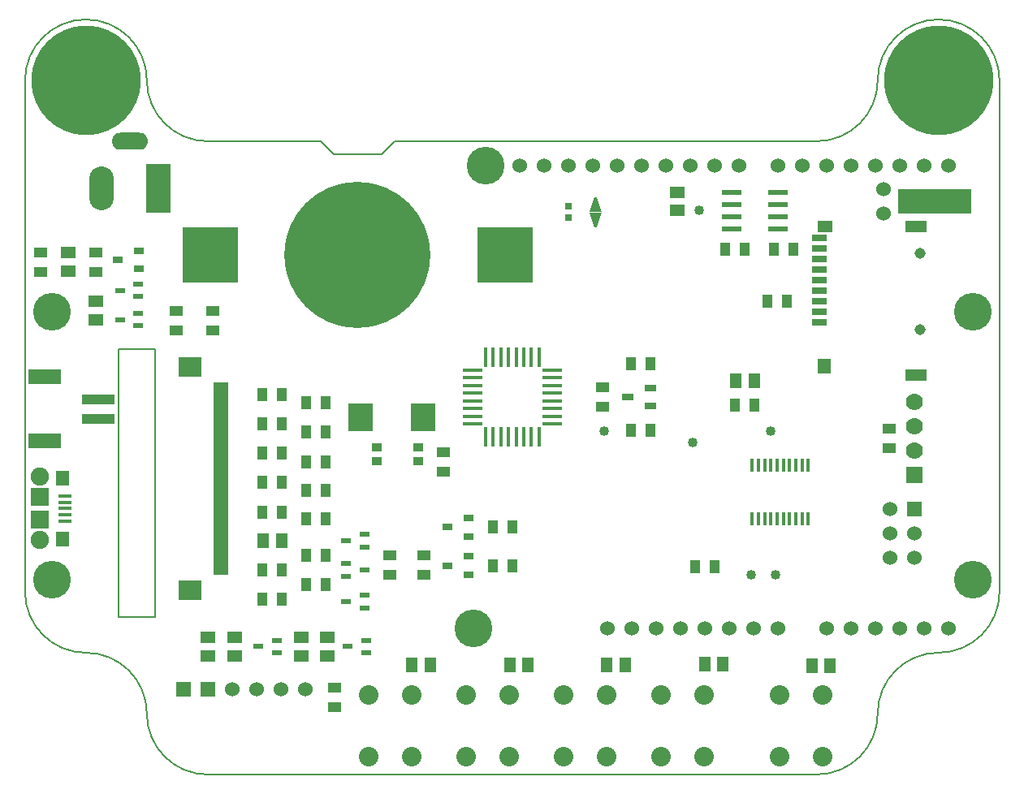
<source format=gbs>
G04 (created by PCBNEW (2013-03-15 BZR 4003)-stable) date 13-May-13 4:39:11 PM*
%MOIN*%
G04 Gerber Fmt 3.4, Leading zero omitted, Abs format*
%FSLAX34Y34*%
G01*
G70*
G90*
G04 APERTURE LIST*
%ADD10C,0.006*%
%ADD11C,0.005*%
%ADD12R,0.0394X0.0236*%
%ADD13R,0.0394X0.0315*%
%ADD14R,0.042X0.056*%
%ADD15R,0.056X0.042*%
%ADD16R,0.059X0.0512*%
%ADD17R,0.0512X0.059*%
%ADD18R,0.0472X0.0315*%
%ADD19C,0.04*%
%ADD20R,0.06X0.06*%
%ADD21C,0.06*%
%ADD22R,0.0787X0.0177*%
%ADD23R,0.0177X0.0787*%
%ADD24C,0.45*%
%ADD25C,0.07*%
%ADD26R,0.07X0.07*%
%ADD27C,0.155*%
%ADD28C,0.08*%
%ADD29R,0.054X0.016*%
%ADD30R,0.056X0.063*%
%ADD31R,0.075X0.075*%
%ADD32C,0.075*%
%ADD33R,0.03X0.03*%
%ADD34R,0.08X0.024*%
%ADD35R,0.0394X0.0354*%
%ADD36R,0.0984252X0.11811*%
%ADD37R,0.3X0.1*%
%ADD38R,0.1337X0.059*%
%ADD39R,0.1377X0.0392*%
%ADD40R,0.225X0.225*%
%ADD41C,0.6*%
%ADD42R,0.0629921X0.0275591*%
%ADD43R,0.0629921X0.0472441*%
%ADD44R,0.0866142X0.0472441*%
%ADD45R,0.0551181X0.0629921*%
%ADD46C,0.045*%
%ADD47R,0.0944882X0.0787402*%
%ADD48R,0.0590551X0.019685*%
%ADD49O,0.1X0.18*%
%ADD50R,0.1X0.2*%
%ADD51O,0.15X0.07*%
%ADD52R,0.0165X0.0579*%
G04 APERTURE END LIST*
G54D10*
G54D11*
X22125Y-19000D02*
X17500Y-19000D01*
X25175Y-19000D02*
X42500Y-19000D01*
X24625Y-19550D02*
X25175Y-19000D01*
X23625Y-19550D02*
X24625Y-19550D01*
X22675Y-19550D02*
X22125Y-19000D01*
X23675Y-19550D02*
X22675Y-19550D01*
X47500Y-40000D02*
G75*
G03X50000Y-37500I0J2500D01*
G74*
G01*
X42500Y-45000D02*
G75*
G03X45000Y-42500I0J2500D01*
G74*
G01*
X47500Y-40000D02*
G75*
G03X45000Y-42500I0J-2500D01*
G74*
G01*
X15000Y-42500D02*
G75*
G03X17500Y-45000I2500J0D01*
G74*
G01*
X10000Y-37500D02*
G75*
G03X12500Y-40000I2500J0D01*
G74*
G01*
X15000Y-42500D02*
G75*
G03X12500Y-40000I-2500J0D01*
G74*
G01*
X42500Y-19000D02*
G75*
G03X45000Y-16500I0J2500D01*
G74*
G01*
X50000Y-16500D02*
G75*
G03X47500Y-14000I-2500J0D01*
G74*
G01*
X47500Y-14000D02*
G75*
G03X45000Y-16500I0J-2500D01*
G74*
G01*
X15000Y-16500D02*
G75*
G03X17500Y-19000I2500J0D01*
G74*
G01*
X15000Y-16500D02*
G75*
G03X12500Y-14000I-2500J0D01*
G74*
G01*
X12500Y-14000D02*
G75*
G03X10000Y-16500I0J-2500D01*
G74*
G01*
X13850Y-38550D02*
X15350Y-38550D01*
X13850Y-27550D02*
X13850Y-38550D01*
X15350Y-27550D02*
X13850Y-27550D01*
X15350Y-38550D02*
X15350Y-27550D01*
X42500Y-45000D02*
X17500Y-45000D01*
X10000Y-37500D02*
X10000Y-16500D01*
X50000Y-16500D02*
X50000Y-37500D01*
G54D12*
X23924Y-38156D03*
X23924Y-37644D03*
X23176Y-37900D03*
X14649Y-26581D03*
X14649Y-26069D03*
X13901Y-26325D03*
X23924Y-35656D03*
X23924Y-35144D03*
X23176Y-35400D03*
X20324Y-40006D03*
X20324Y-39494D03*
X19576Y-39750D03*
X23176Y-36344D03*
X23176Y-36856D03*
X23924Y-36600D03*
X23999Y-40006D03*
X23999Y-39494D03*
X23251Y-39750D03*
X14649Y-25381D03*
X14649Y-24869D03*
X13901Y-25125D03*
G54D13*
X13792Y-23875D03*
X14658Y-24250D03*
X14658Y-23500D03*
G54D14*
X41275Y-25575D03*
X40475Y-25575D03*
X29200Y-34850D03*
X30000Y-34850D03*
X19750Y-34225D03*
X20550Y-34225D03*
X21550Y-30950D03*
X22350Y-30950D03*
X19750Y-33000D03*
X20550Y-33000D03*
X21550Y-32175D03*
X22350Y-32175D03*
G54D15*
X16220Y-26780D03*
X16220Y-25980D03*
G54D14*
X21550Y-29750D03*
X22350Y-29750D03*
X19750Y-30600D03*
X20550Y-30600D03*
G54D15*
X17700Y-26775D03*
X17700Y-25975D03*
G54D14*
X21550Y-33350D03*
X22350Y-33350D03*
X21550Y-37200D03*
X22350Y-37200D03*
X19750Y-31800D03*
X20550Y-31800D03*
X21550Y-36000D03*
X22350Y-36000D03*
X34875Y-28150D03*
X35675Y-28150D03*
X22350Y-34500D03*
X21550Y-34500D03*
X19750Y-36600D03*
X20550Y-36600D03*
X19750Y-37800D03*
X20550Y-37800D03*
X19750Y-29400D03*
X20550Y-29400D03*
G54D15*
X26375Y-36800D03*
X26375Y-36000D03*
G54D16*
X12900Y-26325D03*
X12900Y-25575D03*
X22400Y-39375D03*
X22400Y-40125D03*
X18600Y-40125D03*
X18600Y-39375D03*
G54D17*
X19775Y-35400D03*
X20525Y-35400D03*
G54D16*
X17500Y-39375D03*
X17500Y-40125D03*
X21350Y-39375D03*
X21350Y-40125D03*
G54D17*
X39925Y-28850D03*
X39175Y-28850D03*
G54D16*
X11775Y-24325D03*
X11775Y-23575D03*
G54D15*
X24975Y-36800D03*
X24975Y-36000D03*
G54D14*
X39150Y-29850D03*
X39950Y-29850D03*
X38300Y-36475D03*
X37500Y-36475D03*
G54D15*
X12900Y-23575D03*
X12900Y-24375D03*
G54D14*
X35675Y-30875D03*
X34875Y-30875D03*
G54D15*
X27175Y-31775D03*
X27175Y-32575D03*
X10650Y-23575D03*
X10650Y-24375D03*
X33700Y-29900D03*
X33700Y-29100D03*
G54D18*
X35675Y-29125D03*
X34725Y-29500D03*
X35675Y-29875D03*
G54D17*
X34625Y-40500D03*
X33875Y-40500D03*
X38650Y-40475D03*
X37900Y-40475D03*
X30650Y-40500D03*
X29900Y-40500D03*
X42300Y-40525D03*
X43050Y-40525D03*
G54D19*
X40610Y-30900D03*
X33775Y-30900D03*
G54D20*
X16500Y-41500D03*
X17500Y-41500D03*
G54D21*
X18500Y-41500D03*
X19500Y-41500D03*
X20500Y-41500D03*
X21500Y-41500D03*
G54D15*
X22700Y-41450D03*
X22700Y-42250D03*
G54D22*
X28366Y-28398D03*
X28366Y-28713D03*
X28366Y-29028D03*
X28366Y-29343D03*
X28366Y-29657D03*
X28366Y-29972D03*
X28366Y-30287D03*
X28366Y-30602D03*
X31634Y-30602D03*
X31634Y-28398D03*
X31634Y-28713D03*
X31634Y-29028D03*
X31634Y-29343D03*
X31634Y-29657D03*
X31634Y-29972D03*
X31634Y-30287D03*
G54D23*
X28898Y-31134D03*
X29213Y-31134D03*
X29528Y-31134D03*
X29843Y-31134D03*
X30157Y-31134D03*
X30472Y-31134D03*
X30787Y-31134D03*
X31102Y-31134D03*
X28898Y-27866D03*
X29213Y-27866D03*
X29528Y-27866D03*
X29843Y-27866D03*
X30157Y-27866D03*
X30472Y-27866D03*
X30787Y-27866D03*
X31102Y-27866D03*
G54D24*
X12500Y-16500D03*
G54D25*
X46500Y-29700D03*
X46500Y-30700D03*
X46500Y-31700D03*
G54D26*
X46500Y-32700D03*
G54D19*
X37400Y-31375D03*
X39800Y-36800D03*
X40800Y-36800D03*
G54D24*
X47500Y-16500D03*
G54D21*
X47900Y-39000D03*
X46900Y-39000D03*
X45900Y-39000D03*
X42900Y-39000D03*
X43900Y-39000D03*
X44900Y-39000D03*
X40900Y-39000D03*
X39900Y-39000D03*
X38900Y-39000D03*
X36900Y-39000D03*
X35900Y-39000D03*
X47900Y-20000D03*
X46900Y-20000D03*
X45900Y-20000D03*
X44900Y-20000D03*
X43900Y-20000D03*
X42900Y-20000D03*
X41900Y-20000D03*
X40900Y-20000D03*
X39300Y-20000D03*
X38300Y-20000D03*
X37300Y-20000D03*
X36300Y-20000D03*
X35300Y-20000D03*
X34300Y-20000D03*
X33300Y-20000D03*
X32300Y-20000D03*
X37900Y-39000D03*
G54D27*
X48900Y-37000D03*
X48900Y-26000D03*
X28900Y-20000D03*
X28400Y-39000D03*
G54D21*
X34900Y-39000D03*
X31300Y-20000D03*
X30300Y-20000D03*
X33900Y-39000D03*
G54D13*
X27342Y-36425D03*
X28208Y-36800D03*
X28208Y-36050D03*
G54D16*
X36775Y-21850D03*
X36775Y-21100D03*
G54D14*
X40750Y-23425D03*
X41550Y-23425D03*
G54D28*
X42735Y-44279D03*
X40964Y-41720D03*
X40964Y-44279D03*
X42735Y-41720D03*
X29885Y-44279D03*
X28114Y-41720D03*
X28114Y-44279D03*
X29885Y-41720D03*
X37885Y-44279D03*
X36114Y-41720D03*
X36114Y-44279D03*
X37885Y-41720D03*
X33885Y-44279D03*
X32114Y-41720D03*
X32114Y-44279D03*
X33885Y-41720D03*
G54D21*
X45500Y-36100D03*
X46500Y-36100D03*
X45500Y-35100D03*
X46500Y-35100D03*
X45500Y-34100D03*
G54D20*
X46500Y-34100D03*
G54D28*
X25885Y-44279D03*
X24114Y-41720D03*
X24114Y-44279D03*
X25885Y-41720D03*
G54D17*
X26625Y-40500D03*
X25875Y-40500D03*
G54D14*
X39525Y-23425D03*
X38725Y-23425D03*
G54D15*
X45475Y-30800D03*
X45475Y-31600D03*
G54D29*
X11650Y-34075D03*
X11650Y-33819D03*
X11650Y-33563D03*
X11650Y-34331D03*
X11650Y-34587D03*
G54D30*
X11550Y-35325D03*
X11550Y-32825D03*
G54D31*
X10600Y-34550D03*
X10600Y-33600D03*
G54D32*
X10600Y-35375D03*
X10600Y-32775D03*
G54D13*
X27342Y-34850D03*
X28208Y-35225D03*
X28208Y-34475D03*
G54D14*
X29200Y-36425D03*
X30000Y-36425D03*
G54D33*
X32300Y-21675D03*
X32300Y-22150D03*
G54D34*
X39000Y-21100D03*
X40900Y-21100D03*
X39000Y-21600D03*
X39000Y-22100D03*
X39000Y-22600D03*
X40900Y-21600D03*
X40900Y-22100D03*
X40900Y-22600D03*
G54D35*
X26125Y-32146D03*
X26125Y-31554D03*
X24450Y-32146D03*
X24450Y-31554D03*
G54D36*
X23775Y-30325D03*
X26325Y-30325D03*
G54D21*
X45250Y-20975D03*
X45250Y-21975D03*
G54D37*
X47350Y-21475D03*
G54D38*
X10819Y-31318D03*
G54D39*
X13004Y-30393D03*
X13004Y-29607D03*
G54D38*
X10819Y-28682D03*
G54D40*
X29700Y-23675D03*
X17600Y-23675D03*
G54D41*
X23650Y-23675D03*
G54D19*
X37675Y-21850D03*
G54D27*
X11100Y-26000D03*
X11100Y-37000D03*
G54D10*
G36*
X33475Y-22550D02*
X33375Y-22550D01*
X33175Y-21950D01*
X33675Y-21950D01*
X33475Y-22550D01*
X33475Y-22550D01*
G37*
G36*
X33675Y-21900D02*
X33175Y-21900D01*
X33375Y-21300D01*
X33475Y-21300D01*
X33675Y-21900D01*
X33675Y-21900D01*
G37*
G54D42*
X42600Y-24700D03*
X42600Y-24267D03*
X42600Y-23834D03*
X42600Y-23401D03*
X42600Y-22968D03*
X42600Y-25133D03*
X42600Y-25566D03*
X42600Y-25999D03*
X42600Y-26432D03*
G54D43*
X42836Y-22495D03*
G54D44*
X46576Y-22495D03*
X46576Y-28597D03*
G54D45*
X42796Y-28243D03*
G54D46*
X46733Y-23597D03*
X46733Y-26747D03*
G54D47*
X16768Y-28263D03*
X16768Y-37436D03*
G54D48*
X18050Y-29011D03*
X18050Y-29208D03*
X18050Y-29405D03*
X18050Y-29601D03*
X18050Y-29798D03*
X18050Y-29995D03*
X18050Y-30192D03*
X18050Y-30389D03*
X18050Y-30586D03*
X18050Y-30783D03*
X18050Y-30979D03*
X18050Y-31176D03*
X18050Y-31373D03*
X18050Y-31570D03*
X18050Y-31767D03*
X18050Y-31964D03*
X18050Y-32161D03*
X18050Y-32357D03*
X18050Y-32554D03*
X18050Y-32751D03*
X18050Y-32948D03*
X18050Y-33145D03*
X18050Y-33342D03*
X18050Y-33538D03*
X18050Y-33735D03*
X18050Y-33932D03*
X18050Y-34129D03*
X18050Y-34326D03*
X18050Y-34523D03*
X18050Y-34720D03*
X18050Y-34916D03*
X18050Y-35113D03*
X18050Y-35310D03*
X18050Y-35507D03*
X18050Y-35704D03*
X18050Y-35901D03*
X18050Y-36098D03*
X18050Y-36294D03*
X18050Y-36491D03*
X18050Y-36688D03*
G54D49*
X13125Y-20925D03*
G54D50*
X15487Y-20925D03*
G54D51*
X14306Y-18995D03*
G54D52*
X40872Y-32298D03*
X41128Y-32298D03*
X41384Y-32298D03*
X41640Y-32298D03*
X40104Y-34502D03*
X40104Y-32298D03*
X40360Y-32298D03*
X40616Y-32298D03*
X41896Y-34502D03*
X41640Y-34502D03*
X41384Y-34502D03*
X41128Y-34502D03*
X40872Y-34502D03*
X40616Y-34502D03*
X41896Y-32298D03*
X40360Y-34502D03*
X39848Y-32298D03*
X42152Y-32298D03*
X42152Y-34502D03*
X39848Y-34502D03*
M02*

</source>
